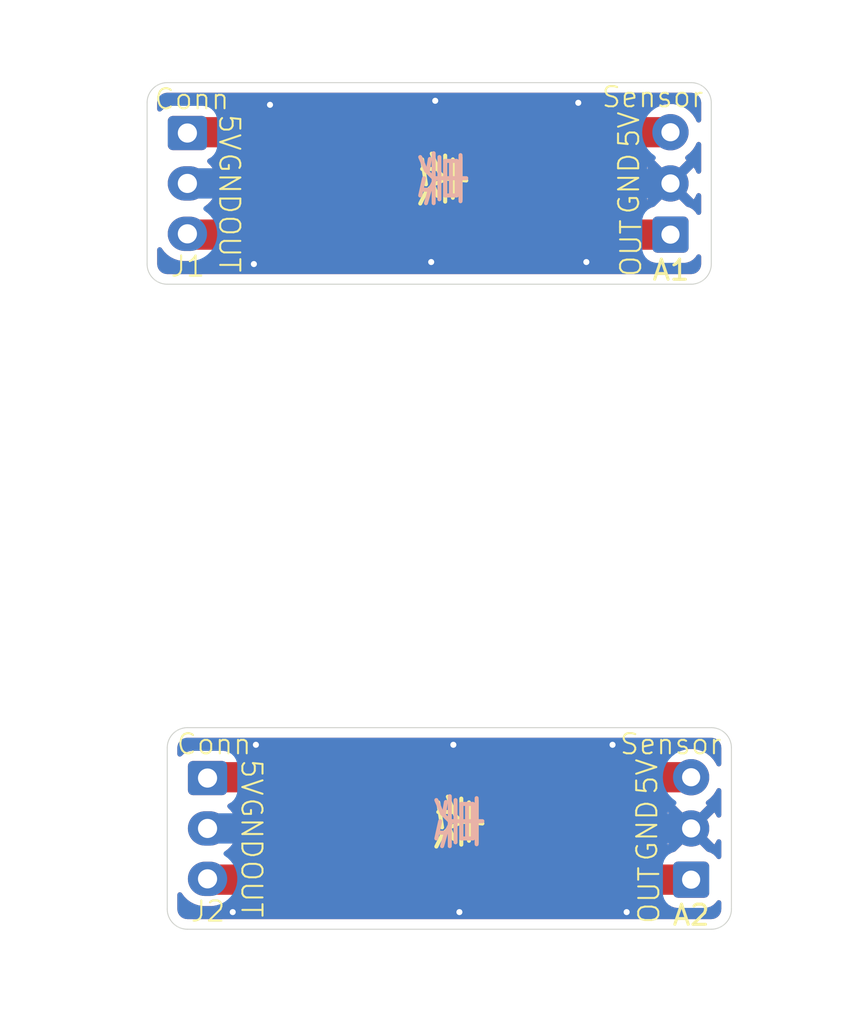
<source format=kicad_pcb>
(kicad_pcb (version 20240108) (generator "pcbnew") (generator_version "8.0")
  (layers (0 "F.Cu" signal) (31 "B.Cu" signal) (34 "B.Paste" user) (35 "F.Paste" user) (36 "B.SilkS" user "B.Silkscreen") (37 "F.SilkS" user "F.Silkscreen") (38 "B.Mask" user) (39 "F.Mask" user) (44 "Edge.Cuts" user))
  (net 0 "")
  (net 1 "+5V")
  (net 2 "GND")
  (net 3 "Ballsensor 1")
  (net 4 "Ballsensor 2")
  (footprint "Connector_JST:JST_XH_B3B-XH-AM_1x03_P2.50mm_Vertical" (layer "F.Cu") (at 132 72.5 -90)
    (property "Reference" "J2" (hide yes))
    (property "Value" "Conn_01x03_Pin")
    (pad "1" thru_hole roundrect (at 0 0 270) (size 1.7 1.95) (drill 0.95) (layers "*.Cu" "*.Mask") (roundrect_rratio 0.147059) (net 1 "+5V"))
    (pad "2" thru_hole oval (at 2.5 0 270) (size 1.7 1.95) (drill 0.95) (layers "*.Cu" "*.Mask") (net 2 "GND"))
    (pad "3" thru_hole oval (at 5 0 270) (size 1.7 1.95) (drill 0.95) (layers "*.Cu" "*.Mask") (net 4 "Ballsensor 2"))
  )
  (footprint "OptoDevice:Vishay_MINICAST-3Pin" (layer "F.Cu") (at 156 77.54 90)
    (property "Reference" "A2" (at -1.76 0 0) (layer "F.SilkS"))
    (property "Value" "TSSP4038")
    (pad "1" thru_hole roundrect (at 0 0 90) (size 1.8 1.8) (drill 0.9) (layers "*.Cu" "*.Mask") (roundrect_rratio 0.139) (net 4 "Ballsensor 2"))
    (pad "2" thru_hole circle (at 2.54 0 90) (size 1.8 1.8) (drill 0.9) (layers "*.Cu" "*.Mask") (net 2 "GND"))
    (pad "3" thru_hole circle (at 5.08 0 90) (size 1.8 1.8) (drill 0.9) (layers "*.Cu" "*.Mask") (net 1 "+5V"))
  )
  (footprint "Connector_JST:JST_XH_B3B-XH-AM_1x03_P2.50mm_Vertical" (layer "F.Cu") (at 131 40.5 -90)
    (property "Reference" "J1" (hide yes))
    (property "Value" "Conn_01x03_Pin")
    (pad "1" thru_hole roundrect (at 0 0 270) (size 1.7 1.95) (drill 0.95) (layers "*.Cu" "*.Mask") (roundrect_rratio 0.147059) (net 1 "+5V"))
    (pad "2" thru_hole oval (at 2.5 0 270) (size 1.7 1.95) (drill 0.95) (layers "*.Cu" "*.Mask") (net 2 "GND"))
    (pad "3" thru_hole oval (at 5 0 270) (size 1.7 1.95) (drill 0.95) (layers "*.Cu" "*.Mask") (net 3 "Ballsensor 1"))
  )
  (footprint "OptoDevice:Vishay_MINICAST-3Pin" (layer "F.Cu") (at 154.975 45.54 90)
    (property "Reference" "A1" (at -1.76 0.025 180) (layer "F.SilkS"))
    (property "Value" "TSSP4038")
    (pad "1" thru_hole roundrect (at 0 0 90) (size 1.8 1.8) (drill 0.9) (layers "*.Cu" "*.Mask") (roundrect_rratio 0.139) (net 3 "Ballsensor 1"))
    (pad "2" thru_hole circle (at 2.54 0 90) (size 1.8 1.8) (drill 0.9) (layers "*.Cu" "*.Mask") (net 2 "GND"))
    (pad "3" thru_hole circle (at 5.08 0 90) (size 1.8 1.8) (drill 0.9) (layers "*.Cu" "*.Mask") (net 1 "+5V"))
  )
  (gr_arc (start 130 48) (mid 129.292893 47.707107) (end 129 47) (stroke (width 0.05)) (layer "Edge.Cuts"))
  (gr_arc (start 157 47) (mid 156.707107 47.707107) (end 156 48) (stroke (width 0.05)) (layer "Edge.Cuts"))
  (gr_line (start 130 38) (end 156 38) (stroke (width 0.05)) (layer "Edge.Cuts"))
  (gr_line (start 157 39) (end 157 47) (stroke (width 0.05)) (layer "Edge.Cuts"))
  (gr_line (start 157 70) (end 131 70) (stroke (width 0.05)) (layer "Edge.Cuts"))
  (gr_line (start 129 47) (end 129 39) (stroke (width 0.05)) (layer "Edge.Cuts"))
  (gr_line (start 158 79) (end 158 71) (stroke (width 0.05)) (layer "Edge.Cuts"))
  (gr_arc (start 157 70) (mid 157.707107 70.292893) (end 158 71) (stroke (width 0.05)) (layer "Edge.Cuts"))
  (gr_arc (start 158 79) (mid 157.707107 79.707107) (end 157 80) (stroke (width 0.05)) (layer "Edge.Cuts"))
  (gr_line (start 131 80) (end 157 80) (stroke (width 0.05)) (layer "Edge.Cuts"))
  (gr_arc (start 131 80) (mid 130.292893 79.707107) (end 130 79) (stroke (width 0.05)) (layer "Edge.Cuts"))
  (gr_arc (start 129 39) (mid 129.292893 38.292893) (end 130 38) (stroke (width 0.05)) (layer "Edge.Cuts"))
  (gr_arc (start 130 71) (mid 130.292893 70.292893) (end 131 70) (stroke (width 0.05)) (layer "Edge.Cuts"))
  (gr_line (start 156 48) (end 130 48) (stroke (width 0.05)) (layer "Edge.Cuts"))
  (gr_line (start 130 71) (end 130 79) (stroke (width 0.05)) (layer "Edge.Cuts"))
  (gr_arc (start 156 38) (mid 156.707107 38.292893) (end 157 39) (stroke (width 0.05)) (layer "Edge.Cuts"))
  (gr_text "裏" (at 142.3 44.3 270) (layer "B.SilkS") (effects (font (size 2 2) (thickness 0.2)) (justify left bottom mirror)))
  (gr_text "裏" (at 143.1 76.2 270) (layer "B.SilkS") (effects (font (size 2 2) (thickness 0.2)) (justify left bottom mirror)))
  (gr_text "GND" (at 133.6 73.4 -90) (layer "F.SilkS") (effects (font (size 1 1) (thickness 0.1)) (justify left bottom)))
  (gr_text "GND" (at 154.4 76.7 90) (layer "F.SilkS") (effects (font (size 1 1) (thickness 0.1)) (justify left bottom)))
  (gr_text "5V" (at 154.4 73.4 90) (layer "F.SilkS") (effects (font (size 1 1) (thickness 0.1)) (justify left bottom)))
  (gr_text "表" (at 143.1 73.1 270) (layer "F.SilkS") (effects (font (size 2 2) (thickness 0.2)) (justify left bottom)))
  (gr_text "表" (at 142.3 41.2 270) (layer "F.SilkS") (effects (font (size 2 2) (thickness 0.2)) (justify left bottom)))
  (gr_text "OUT" (at 132.5 44.5 -90) (layer "F.SilkS") (effects (font (size 1 1) (thickness 0.1)) (justify left bottom)))
  (gr_text "Sensor" (at 152.4 71.4 0) (layer "F.SilkS") (effects (font (size 1 1) (thickness 0.1)) (justify left bottom)))
  (gr_text "Conn" (at 130.4 71.4 0) (layer "F.SilkS") (effects (font (size 1 1) (thickness 0.1)) (justify left bottom)))
  (gr_text "OUT" (at 133.6 76.5 -90) (layer "F.SilkS") (effects (font (size 1 1) (thickness 0.1)) (justify left bottom)))
  (gr_text "J2" (at 131.1 79.7 0) (layer "F.SilkS") (effects (font (size 1 1) (thickness 0.1)) (justify left bottom)))
  (gr_text "5V" (at 132.5 39.5 -90) (layer "F.SilkS") (effects (font (size 1 1) (thickness 0.1)) (justify left bottom)))
  (gr_text "OUT" (at 153.6 47.7 90) (layer "F.SilkS") (effects (font (size 1 1) (thickness 0.1)) (justify left bottom)))
  (gr_text "J1\n" (at 130.1 47.7 0) (layer "F.SilkS") (effects (font (size 1 1) (thickness 0.1)) (justify left bottom)))
  (gr_text "Conn" (at 129.3 39.4 0) (layer "F.SilkS") (effects (font (size 1 1) (thickness 0.1)) (justify left bottom)))
  (gr_text "GND" (at 132.5 41.4 -90) (layer "F.SilkS") (effects (font (size 1 1) (thickness 0.1)) (justify left bottom)))
  (gr_text "GND" (at 153.5 44.6 90) (layer "F.SilkS") (effects (font (size 1 1) (thickness 0.1)) (justify left bottom)))
  (gr_text "Sensor" (at 151.5 39.3 0) (layer "F.SilkS") (effects (font (size 1 1) (thickness 0.1)) (justify left bottom)))
  (gr_text "5V" (at 133.6 71.5 -90) (layer "F.SilkS") (effects (font (size 1 1) (thickness 0.1)) (justify left bottom)))
  (gr_text "OUT" (at 154.5 79.8 90) (layer "F.SilkS") (effects (font (size 1 1) (thickness 0.1)) (justify left bottom)))
  (gr_text "5V" (at 153.5 41.3 90) (layer "F.SilkS") (effects (font (size 1 1) (thickness 0.1)) (justify left bottom)))
  (segment (start 131.04 40.46) (end 131 40.5) (width 1.5) (layer "F.Cu") (net 1))
  (segment (start 154.975 40.46) (end 131.04 40.46) (width 1.5) (layer "F.Cu") (net 1))
  (segment (start 132.04 72.46) (end 132 72.5) (width 1.5) (layer "F.Cu") (net 1))
  (segment (start 156 72.46) (end 132.04 72.46) (width 1.5) (layer "F.Cu") (net 1))
  (via (at 143.3 38.9) (size 0.6) (drill 0.3) (layers "F.Cu" "B.Cu") (net 2))
  (via (at 143.1 46.9) (size 0.6) (drill 0.3) (layers "F.Cu" "B.Cu") (net 2))
  (via (at 152.8 79.15) (size 0.6) (drill 0.3) (layers "F.Cu" "B.Cu") (net 2))
  (via (at 150.4 39) (size 0.6) (drill 0.3) (layers "F.Cu" "B.Cu") (net 2))
  (via (at 144.5 79.15) (size 0.6) (drill 0.3) (layers "F.Cu" "B.Cu") (net 2))
  (via (at 134.4 70.85) (size 0.6) (drill 0.3) (layers "F.Cu" "B.Cu") (net 2))
  (via (at 150.8 46.9) (size 0.6) (drill 0.3) (layers "F.Cu" "B.Cu") (net 2))
  (via (at 134.3 47) (size 0.6) (drill 0.3) (layers "F.Cu" "B.Cu") (net 2))
  (via (at 133.25 79.15) (size 0.6) (drill 0.3) (layers "F.Cu" "B.Cu") (net 2))
  (via (at 144.2 70.85) (size 0.6) (drill 0.3) (layers "F.Cu" "B.Cu") (net 2))
  (via (at 135.1 39.1) (size 0.6) (drill 0.3) (layers "F.Cu" "B.Cu") (net 2))
  (via (at 152.1 70.85) (size 0.6) (drill 0.3) (layers "F.Cu" "B.Cu") (net 2))
  (segment (start 154.975 43) (end 131 43) (width 1.5) (layer "B.Cu") (net 2))
  (segment (start 156 75) (end 132 75) (width 1.5) (layer "B.Cu") (net 2))
  (segment (start 131.04 45.54) (end 131 45.5) (width 1.5) (layer "F.Cu") (net 3))
  (segment (start 154.975 45.54) (end 131.04 45.54) (width 1.5) (layer "F.Cu") (net 3))
  (segment (start 156 77.54) (end 132.04 77.54) (width 1.5) (layer "F.Cu") (net 4))
  (segment (start 132.04 77.54) (end 132 77.5) (width 1.5) (layer "F.Cu") (net 4))
  (zone (net 2) (net_name "GND") (layers "F&B.Cu") (connect_pads (clearance 0.5)) (min_thickness 0.25) (fill yes (thermal_gap 0.5) (thermal_bridge_width 0.5))
    (polygon (pts (xy 121.7 33.9) (xy 163.7 33.9) (xy 163.7 84.7) (xy 121.7 84.7)))
  )
)
</source>
